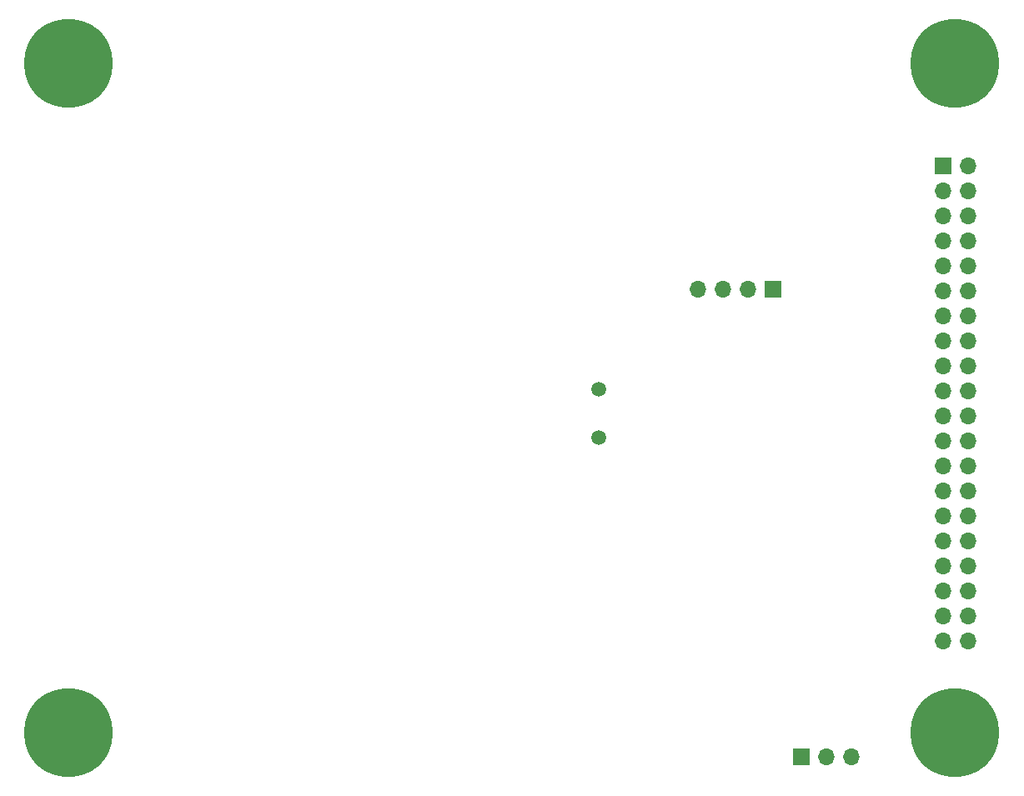
<source format=gbs>
%TF.GenerationSoftware,KiCad,Pcbnew,8.0.5*%
%TF.CreationDate,2025-03-12T16:07:22-07:00*%
%TF.ProjectId,Mechatronics LED,4d656368-6174-4726-9f6e-696373204c45,rev?*%
%TF.SameCoordinates,Original*%
%TF.FileFunction,Soldermask,Bot*%
%TF.FilePolarity,Negative*%
%FSLAX46Y46*%
G04 Gerber Fmt 4.6, Leading zero omitted, Abs format (unit mm)*
G04 Created by KiCad (PCBNEW 8.0.5) date 2025-03-12 16:07:22*
%MOMM*%
%LPD*%
G01*
G04 APERTURE LIST*
%ADD10C,9.000000*%
%ADD11R,1.700000X1.700000*%
%ADD12O,1.700000X1.700000*%
%ADD13C,1.500000*%
G04 APERTURE END LIST*
D10*
%TO.C,REF\u002A\u002A*%
X186150000Y-123670000D03*
%TD*%
%TO.C,REF\u002A\u002A*%
X96150000Y-55670000D03*
%TD*%
D11*
%TO.C,J1*%
X184960000Y-66120000D03*
D12*
X187500000Y-66120000D03*
X184960000Y-68660000D03*
X187500000Y-68660000D03*
X184960000Y-71200000D03*
X187500000Y-71200000D03*
X184960000Y-73740000D03*
X187500000Y-73740000D03*
X184960000Y-76280000D03*
X187500000Y-76280000D03*
X184960000Y-78820000D03*
X187500000Y-78820000D03*
X184960000Y-81360000D03*
X187500000Y-81360000D03*
X184960000Y-83900000D03*
X187500000Y-83900000D03*
X184960000Y-86440000D03*
X187500000Y-86440000D03*
X184960000Y-88980000D03*
X187500000Y-88980000D03*
X184960000Y-91520000D03*
X187500000Y-91520000D03*
X184960000Y-94060000D03*
X187500000Y-94060000D03*
X184960000Y-96600000D03*
X187500000Y-96600000D03*
X184960000Y-99140000D03*
X187500000Y-99140000D03*
X184960000Y-101680000D03*
X187500000Y-101680000D03*
X184960000Y-104220000D03*
X187500000Y-104220000D03*
X184960000Y-106760000D03*
X187500000Y-106760000D03*
X184960000Y-109300000D03*
X187500000Y-109300000D03*
X184960000Y-111840000D03*
X187500000Y-111840000D03*
X184960000Y-114380000D03*
X187500000Y-114380000D03*
%TD*%
D11*
%TO.C,J3*%
X167680000Y-78600000D03*
D12*
X165140000Y-78600000D03*
X162600000Y-78600000D03*
X160060000Y-78600000D03*
%TD*%
D13*
%TO.C,Y1*%
X149925000Y-93650000D03*
X149925000Y-88770000D03*
%TD*%
D10*
%TO.C,REF\u002A\u002A*%
X96150000Y-123670000D03*
%TD*%
%TO.C,REF\u002A\u002A*%
X186150000Y-55670000D03*
%TD*%
D11*
%TO.C,J2*%
X170500000Y-126100000D03*
D12*
X173040000Y-126100000D03*
X175580000Y-126100000D03*
%TD*%
M02*

</source>
